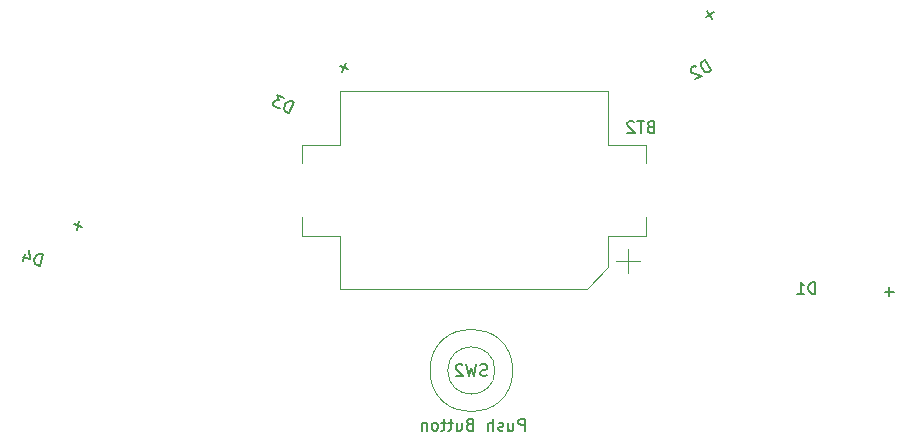
<source format=gbr>
%TF.GenerationSoftware,KiCad,Pcbnew,7.0.1*%
%TF.CreationDate,2023-04-19T22:10:58+02:00*%
%TF.ProjectId,Dino,44696e6f-2e6b-4696-9361-645f70636258,rev?*%
%TF.SameCoordinates,Original*%
%TF.FileFunction,Legend,Bot*%
%TF.FilePolarity,Positive*%
%FSLAX46Y46*%
G04 Gerber Fmt 4.6, Leading zero omitted, Abs format (unit mm)*
G04 Created by KiCad (PCBNEW 7.0.1) date 2023-04-19 22:10:58*
%MOMM*%
%LPD*%
G01*
G04 APERTURE LIST*
%ADD10C,0.150000*%
%ADD11C,0.120000*%
G04 APERTURE END LIST*
D10*
%TO.C,D4*%
X48047135Y-76388685D02*
X48305954Y-75422759D01*
X48305954Y-75422759D02*
X48075971Y-75361136D01*
X48075971Y-75361136D02*
X47925657Y-75370158D01*
X47925657Y-75370158D02*
X47809015Y-75437502D01*
X47809015Y-75437502D02*
X47738369Y-75517170D01*
X47738369Y-75517170D02*
X47643074Y-75688831D01*
X47643074Y-75688831D02*
X47606100Y-75826820D01*
X47606100Y-75826820D02*
X47602797Y-76023131D01*
X47602797Y-76023131D02*
X47624144Y-76127449D01*
X47624144Y-76127449D02*
X47691488Y-76244091D01*
X47691488Y-76244091D02*
X47817152Y-76327062D01*
X47817152Y-76327062D02*
X48047135Y-76388685D01*
X46839787Y-75374993D02*
X46667241Y-76018944D01*
X47168367Y-75068645D02*
X47213478Y-75820216D01*
X47213478Y-75820216D02*
X46615524Y-75659994D01*
X51669107Y-73082513D02*
X50933163Y-72885318D01*
X51202537Y-73351887D02*
X51399733Y-72615944D01*
%TO.C,BT2*%
X99760714Y-64613809D02*
X99617857Y-64661428D01*
X99617857Y-64661428D02*
X99570238Y-64709047D01*
X99570238Y-64709047D02*
X99522619Y-64804285D01*
X99522619Y-64804285D02*
X99522619Y-64947142D01*
X99522619Y-64947142D02*
X99570238Y-65042380D01*
X99570238Y-65042380D02*
X99617857Y-65090000D01*
X99617857Y-65090000D02*
X99713095Y-65137619D01*
X99713095Y-65137619D02*
X100094047Y-65137619D01*
X100094047Y-65137619D02*
X100094047Y-64137619D01*
X100094047Y-64137619D02*
X99760714Y-64137619D01*
X99760714Y-64137619D02*
X99665476Y-64185238D01*
X99665476Y-64185238D02*
X99617857Y-64232857D01*
X99617857Y-64232857D02*
X99570238Y-64328095D01*
X99570238Y-64328095D02*
X99570238Y-64423333D01*
X99570238Y-64423333D02*
X99617857Y-64518571D01*
X99617857Y-64518571D02*
X99665476Y-64566190D01*
X99665476Y-64566190D02*
X99760714Y-64613809D01*
X99760714Y-64613809D02*
X100094047Y-64613809D01*
X99236904Y-64137619D02*
X98665476Y-64137619D01*
X98951190Y-65137619D02*
X98951190Y-64137619D01*
X98379761Y-64232857D02*
X98332142Y-64185238D01*
X98332142Y-64185238D02*
X98236904Y-64137619D01*
X98236904Y-64137619D02*
X97998809Y-64137619D01*
X97998809Y-64137619D02*
X97903571Y-64185238D01*
X97903571Y-64185238D02*
X97855952Y-64232857D01*
X97855952Y-64232857D02*
X97808333Y-64328095D01*
X97808333Y-64328095D02*
X97808333Y-64423333D01*
X97808333Y-64423333D02*
X97855952Y-64566190D01*
X97855952Y-64566190D02*
X98427380Y-65137619D01*
X98427380Y-65137619D02*
X97808333Y-65137619D01*
%TO.C,SW2*%
X85933332Y-85665000D02*
X85790475Y-85712619D01*
X85790475Y-85712619D02*
X85552380Y-85712619D01*
X85552380Y-85712619D02*
X85457142Y-85665000D01*
X85457142Y-85665000D02*
X85409523Y-85617380D01*
X85409523Y-85617380D02*
X85361904Y-85522142D01*
X85361904Y-85522142D02*
X85361904Y-85426904D01*
X85361904Y-85426904D02*
X85409523Y-85331666D01*
X85409523Y-85331666D02*
X85457142Y-85284047D01*
X85457142Y-85284047D02*
X85552380Y-85236428D01*
X85552380Y-85236428D02*
X85742856Y-85188809D01*
X85742856Y-85188809D02*
X85838094Y-85141190D01*
X85838094Y-85141190D02*
X85885713Y-85093571D01*
X85885713Y-85093571D02*
X85933332Y-84998333D01*
X85933332Y-84998333D02*
X85933332Y-84903095D01*
X85933332Y-84903095D02*
X85885713Y-84807857D01*
X85885713Y-84807857D02*
X85838094Y-84760238D01*
X85838094Y-84760238D02*
X85742856Y-84712619D01*
X85742856Y-84712619D02*
X85504761Y-84712619D01*
X85504761Y-84712619D02*
X85361904Y-84760238D01*
X85028570Y-84712619D02*
X84790475Y-85712619D01*
X84790475Y-85712619D02*
X84599999Y-84998333D01*
X84599999Y-84998333D02*
X84409523Y-85712619D01*
X84409523Y-85712619D02*
X84171428Y-84712619D01*
X83838094Y-84807857D02*
X83790475Y-84760238D01*
X83790475Y-84760238D02*
X83695237Y-84712619D01*
X83695237Y-84712619D02*
X83457142Y-84712619D01*
X83457142Y-84712619D02*
X83361904Y-84760238D01*
X83361904Y-84760238D02*
X83314285Y-84807857D01*
X83314285Y-84807857D02*
X83266666Y-84903095D01*
X83266666Y-84903095D02*
X83266666Y-84998333D01*
X83266666Y-84998333D02*
X83314285Y-85141190D01*
X83314285Y-85141190D02*
X83885713Y-85712619D01*
X83885713Y-85712619D02*
X83266666Y-85712619D01*
X89155952Y-90337619D02*
X89155952Y-89337619D01*
X89155952Y-89337619D02*
X88775000Y-89337619D01*
X88775000Y-89337619D02*
X88679762Y-89385238D01*
X88679762Y-89385238D02*
X88632143Y-89432857D01*
X88632143Y-89432857D02*
X88584524Y-89528095D01*
X88584524Y-89528095D02*
X88584524Y-89670952D01*
X88584524Y-89670952D02*
X88632143Y-89766190D01*
X88632143Y-89766190D02*
X88679762Y-89813809D01*
X88679762Y-89813809D02*
X88775000Y-89861428D01*
X88775000Y-89861428D02*
X89155952Y-89861428D01*
X87727381Y-89670952D02*
X87727381Y-90337619D01*
X88155952Y-89670952D02*
X88155952Y-90194761D01*
X88155952Y-90194761D02*
X88108333Y-90290000D01*
X88108333Y-90290000D02*
X88013095Y-90337619D01*
X88013095Y-90337619D02*
X87870238Y-90337619D01*
X87870238Y-90337619D02*
X87775000Y-90290000D01*
X87775000Y-90290000D02*
X87727381Y-90242380D01*
X87298809Y-90290000D02*
X87203571Y-90337619D01*
X87203571Y-90337619D02*
X87013095Y-90337619D01*
X87013095Y-90337619D02*
X86917857Y-90290000D01*
X86917857Y-90290000D02*
X86870238Y-90194761D01*
X86870238Y-90194761D02*
X86870238Y-90147142D01*
X86870238Y-90147142D02*
X86917857Y-90051904D01*
X86917857Y-90051904D02*
X87013095Y-90004285D01*
X87013095Y-90004285D02*
X87155952Y-90004285D01*
X87155952Y-90004285D02*
X87251190Y-89956666D01*
X87251190Y-89956666D02*
X87298809Y-89861428D01*
X87298809Y-89861428D02*
X87298809Y-89813809D01*
X87298809Y-89813809D02*
X87251190Y-89718571D01*
X87251190Y-89718571D02*
X87155952Y-89670952D01*
X87155952Y-89670952D02*
X87013095Y-89670952D01*
X87013095Y-89670952D02*
X86917857Y-89718571D01*
X86441666Y-90337619D02*
X86441666Y-89337619D01*
X86013095Y-90337619D02*
X86013095Y-89813809D01*
X86013095Y-89813809D02*
X86060714Y-89718571D01*
X86060714Y-89718571D02*
X86155952Y-89670952D01*
X86155952Y-89670952D02*
X86298809Y-89670952D01*
X86298809Y-89670952D02*
X86394047Y-89718571D01*
X86394047Y-89718571D02*
X86441666Y-89766190D01*
X84441666Y-89813809D02*
X84298809Y-89861428D01*
X84298809Y-89861428D02*
X84251190Y-89909047D01*
X84251190Y-89909047D02*
X84203571Y-90004285D01*
X84203571Y-90004285D02*
X84203571Y-90147142D01*
X84203571Y-90147142D02*
X84251190Y-90242380D01*
X84251190Y-90242380D02*
X84298809Y-90290000D01*
X84298809Y-90290000D02*
X84394047Y-90337619D01*
X84394047Y-90337619D02*
X84774999Y-90337619D01*
X84774999Y-90337619D02*
X84774999Y-89337619D01*
X84774999Y-89337619D02*
X84441666Y-89337619D01*
X84441666Y-89337619D02*
X84346428Y-89385238D01*
X84346428Y-89385238D02*
X84298809Y-89432857D01*
X84298809Y-89432857D02*
X84251190Y-89528095D01*
X84251190Y-89528095D02*
X84251190Y-89623333D01*
X84251190Y-89623333D02*
X84298809Y-89718571D01*
X84298809Y-89718571D02*
X84346428Y-89766190D01*
X84346428Y-89766190D02*
X84441666Y-89813809D01*
X84441666Y-89813809D02*
X84774999Y-89813809D01*
X83346428Y-89670952D02*
X83346428Y-90337619D01*
X83774999Y-89670952D02*
X83774999Y-90194761D01*
X83774999Y-90194761D02*
X83727380Y-90290000D01*
X83727380Y-90290000D02*
X83632142Y-90337619D01*
X83632142Y-90337619D02*
X83489285Y-90337619D01*
X83489285Y-90337619D02*
X83394047Y-90290000D01*
X83394047Y-90290000D02*
X83346428Y-90242380D01*
X83013094Y-89670952D02*
X82632142Y-89670952D01*
X82870237Y-89337619D02*
X82870237Y-90194761D01*
X82870237Y-90194761D02*
X82822618Y-90290000D01*
X82822618Y-90290000D02*
X82727380Y-90337619D01*
X82727380Y-90337619D02*
X82632142Y-90337619D01*
X82441665Y-89670952D02*
X82060713Y-89670952D01*
X82298808Y-89337619D02*
X82298808Y-90194761D01*
X82298808Y-90194761D02*
X82251189Y-90290000D01*
X82251189Y-90290000D02*
X82155951Y-90337619D01*
X82155951Y-90337619D02*
X82060713Y-90337619D01*
X81584522Y-90337619D02*
X81679760Y-90290000D01*
X81679760Y-90290000D02*
X81727379Y-90242380D01*
X81727379Y-90242380D02*
X81774998Y-90147142D01*
X81774998Y-90147142D02*
X81774998Y-89861428D01*
X81774998Y-89861428D02*
X81727379Y-89766190D01*
X81727379Y-89766190D02*
X81679760Y-89718571D01*
X81679760Y-89718571D02*
X81584522Y-89670952D01*
X81584522Y-89670952D02*
X81441665Y-89670952D01*
X81441665Y-89670952D02*
X81346427Y-89718571D01*
X81346427Y-89718571D02*
X81298808Y-89766190D01*
X81298808Y-89766190D02*
X81251189Y-89861428D01*
X81251189Y-89861428D02*
X81251189Y-90147142D01*
X81251189Y-90147142D02*
X81298808Y-90242380D01*
X81298808Y-90242380D02*
X81346427Y-90290000D01*
X81346427Y-90290000D02*
X81441665Y-90337619D01*
X81441665Y-90337619D02*
X81584522Y-90337619D01*
X80822617Y-89670952D02*
X80822617Y-90337619D01*
X80822617Y-89766190D02*
X80774998Y-89718571D01*
X80774998Y-89718571D02*
X80679760Y-89670952D01*
X80679760Y-89670952D02*
X80536903Y-89670952D01*
X80536903Y-89670952D02*
X80441665Y-89718571D01*
X80441665Y-89718571D02*
X80394046Y-89813809D01*
X80394046Y-89813809D02*
X80394046Y-90337619D01*
%TO.C,D2*%
X104886691Y-59830168D02*
X104386691Y-58964143D01*
X104386691Y-58964143D02*
X104180494Y-59083190D01*
X104180494Y-59083190D02*
X104080586Y-59195858D01*
X104080586Y-59195858D02*
X104045726Y-59325956D01*
X104045726Y-59325956D02*
X104052106Y-59432244D01*
X104052106Y-59432244D02*
X104106105Y-59621011D01*
X104106105Y-59621011D02*
X104177533Y-59744729D01*
X104177533Y-59744729D02*
X104314011Y-59885876D01*
X104314011Y-59885876D02*
X104402869Y-59944545D01*
X104402869Y-59944545D02*
X104532967Y-59979405D01*
X104532967Y-59979405D02*
X104680494Y-59949216D01*
X104680494Y-59949216D02*
X104886691Y-59830168D01*
X103609524Y-59522812D02*
X103544475Y-59505382D01*
X103544475Y-59505382D02*
X103438187Y-59511762D01*
X103438187Y-59511762D02*
X103231990Y-59630809D01*
X103231990Y-59630809D02*
X103173321Y-59719668D01*
X103173321Y-59719668D02*
X103155891Y-59784716D01*
X103155891Y-59784716D02*
X103162271Y-59891005D01*
X103162271Y-59891005D02*
X103209890Y-59973483D01*
X103209890Y-59973483D02*
X103322558Y-60073392D01*
X103322558Y-60073392D02*
X104103144Y-60282549D01*
X104103144Y-60282549D02*
X103567033Y-60592073D01*
X105109996Y-54931230D02*
X104450167Y-55312182D01*
X104970557Y-55451621D02*
X104589605Y-54791792D01*
%TO.C,D1*%
X113713094Y-78762619D02*
X113713094Y-77762619D01*
X113713094Y-77762619D02*
X113474999Y-77762619D01*
X113474999Y-77762619D02*
X113332142Y-77810238D01*
X113332142Y-77810238D02*
X113236904Y-77905476D01*
X113236904Y-77905476D02*
X113189285Y-78000714D01*
X113189285Y-78000714D02*
X113141666Y-78191190D01*
X113141666Y-78191190D02*
X113141666Y-78334047D01*
X113141666Y-78334047D02*
X113189285Y-78524523D01*
X113189285Y-78524523D02*
X113236904Y-78619761D01*
X113236904Y-78619761D02*
X113332142Y-78715000D01*
X113332142Y-78715000D02*
X113474999Y-78762619D01*
X113474999Y-78762619D02*
X113713094Y-78762619D01*
X112189285Y-78762619D02*
X112760713Y-78762619D01*
X112474999Y-78762619D02*
X112474999Y-77762619D01*
X112474999Y-77762619D02*
X112570237Y-77905476D01*
X112570237Y-77905476D02*
X112665475Y-78000714D01*
X112665475Y-78000714D02*
X112760713Y-78048333D01*
X120380951Y-78581666D02*
X119619047Y-78581666D01*
X119999999Y-78962619D02*
X119999999Y-78200714D01*
%TO.C,D3*%
X69137242Y-63455606D02*
X69559861Y-62549298D01*
X69559861Y-62549298D02*
X69344073Y-62448675D01*
X69344073Y-62448675D02*
X69194476Y-62431458D01*
X69194476Y-62431458D02*
X69067911Y-62477524D01*
X69067911Y-62477524D02*
X68984504Y-62543714D01*
X68984504Y-62543714D02*
X68860848Y-62696220D01*
X68860848Y-62696220D02*
X68800474Y-62825692D01*
X68800474Y-62825692D02*
X68763133Y-63018447D01*
X68763133Y-63018447D02*
X68766041Y-63124887D01*
X68766041Y-63124887D02*
X68812107Y-63251451D01*
X68812107Y-63251451D02*
X68921455Y-63354983D01*
X68921455Y-63354983D02*
X69137242Y-63455606D01*
X68739868Y-62166929D02*
X68178820Y-61905309D01*
X68178820Y-61905309D02*
X68319925Y-62391441D01*
X68319925Y-62391441D02*
X68190453Y-62331067D01*
X68190453Y-62331067D02*
X68084013Y-62333976D01*
X68084013Y-62333976D02*
X68020731Y-62357008D01*
X68020731Y-62357008D02*
X67937324Y-62423199D01*
X67937324Y-62423199D02*
X67836701Y-62638986D01*
X67836701Y-62638986D02*
X67839609Y-62745426D01*
X67839609Y-62745426D02*
X67862642Y-62808708D01*
X67862642Y-62808708D02*
X67928832Y-62892115D01*
X67928832Y-62892115D02*
X68187777Y-63012863D01*
X68187777Y-63012863D02*
X68294217Y-63009955D01*
X68294217Y-63009955D02*
X68357499Y-62986922D01*
X74185745Y-59760012D02*
X73495225Y-59438017D01*
X73679488Y-59944274D02*
X74001483Y-59253754D01*
D11*
%TO.C,BT2*%
X99400000Y-73825000D02*
X99400000Y-72275000D01*
X99400000Y-66125000D02*
X99400000Y-67675000D01*
X97850000Y-74975000D02*
X97850000Y-76975000D01*
X96850000Y-75975000D02*
X98850000Y-75975000D01*
X96200000Y-76525000D02*
X96200000Y-73825000D01*
X96200000Y-73825000D02*
X99400000Y-73825000D01*
X96200000Y-66125000D02*
X99400000Y-66125000D01*
X96200000Y-61625000D02*
X96200000Y-66125000D01*
X96200000Y-61625000D02*
X73500000Y-61625000D01*
X94400000Y-78325000D02*
X96200000Y-76525000D01*
X73500000Y-78325000D02*
X94400000Y-78325000D01*
X73500000Y-78325000D02*
X73500000Y-73825000D01*
X73500000Y-73825000D02*
X70300000Y-73825000D01*
X73500000Y-66125000D02*
X70300000Y-66125000D01*
X73500000Y-61625000D02*
X73500000Y-66125000D01*
X70300000Y-73825000D02*
X70300000Y-72275000D01*
X70300000Y-66125000D02*
X70300000Y-67675000D01*
%TO.C,SW2*%
X86600000Y-85250000D02*
G75*
G03*
X86600000Y-85250000I-2000000J0D01*
G01*
X88100000Y-85250000D02*
G75*
G03*
X88100000Y-85250000I-3500000J0D01*
G01*
%TD*%
M02*

</source>
